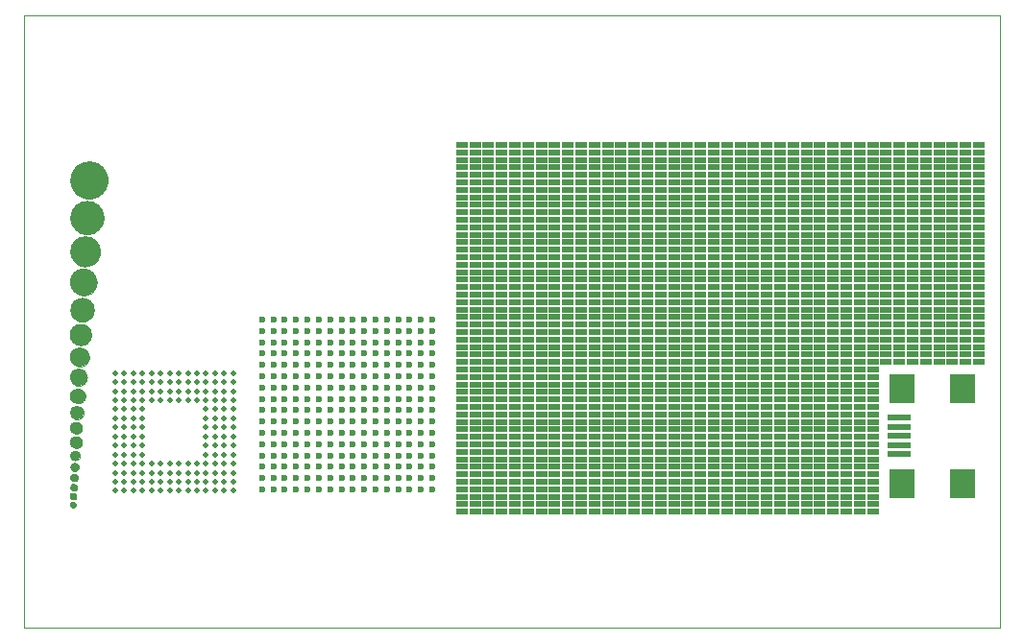
<source format=gbs>
G75*
%MOIN*%
%OFA0B0*%
%FSLAX24Y24*%
%IPPOS*%
%LPD*%
%AMOC8*
5,1,8,0,0,1.08239X$1,22.5*
%
%ADD10C,0.0000*%
%ADD11C,0.1320*%
%ADD12C,0.1180*%
%ADD13C,0.1060*%
%ADD14C,0.0947*%
%ADD15C,0.0848*%
%ADD16C,0.0760*%
%ADD17C,0.0681*%
%ADD18C,0.0611*%
%ADD19C,0.0548*%
%ADD20C,0.0493*%
%ADD21C,0.0440*%
%ADD22C,0.0360*%
%ADD23C,0.0320*%
%ADD24C,0.0290*%
%ADD25C,0.0270*%
%ADD26C,0.0240*%
%ADD27C,0.0220*%
%ADD28R,0.0906X0.1024*%
%ADD29R,0.0827X0.0237*%
%ADD30R,0.0440X0.0240*%
%ADD31C,0.0236*%
%ADD32C,0.0197*%
D10*
X000363Y000100D02*
X034223Y000100D01*
X034223Y021360D01*
X000363Y021360D01*
X000363Y000100D01*
X001963Y004365D02*
X001965Y004384D01*
X001971Y004402D01*
X001980Y004418D01*
X001993Y004432D01*
X002008Y004443D01*
X002025Y004451D01*
X002044Y004455D01*
X002062Y004455D01*
X002081Y004451D01*
X002098Y004443D01*
X002113Y004432D01*
X002126Y004418D01*
X002135Y004402D01*
X002141Y004384D01*
X002143Y004365D01*
X002141Y004346D01*
X002135Y004328D01*
X002126Y004312D01*
X002113Y004298D01*
X002098Y004287D01*
X002081Y004279D01*
X002062Y004275D01*
X002044Y004275D01*
X002025Y004279D01*
X002008Y004287D01*
X001993Y004298D01*
X001980Y004312D01*
X001971Y004328D01*
X001965Y004346D01*
X001963Y004365D01*
X001964Y004655D02*
X001966Y004675D01*
X001972Y004693D01*
X001981Y004711D01*
X001993Y004726D01*
X002008Y004738D01*
X002026Y004747D01*
X002044Y004753D01*
X002064Y004755D01*
X002084Y004753D01*
X002102Y004747D01*
X002120Y004738D01*
X002135Y004726D01*
X002147Y004711D01*
X002156Y004693D01*
X002162Y004675D01*
X002164Y004655D01*
X002162Y004635D01*
X002156Y004617D01*
X002147Y004599D01*
X002135Y004584D01*
X002120Y004572D01*
X002102Y004563D01*
X002084Y004557D01*
X002064Y004555D01*
X002044Y004557D01*
X002026Y004563D01*
X002008Y004572D01*
X001993Y004584D01*
X001981Y004599D01*
X001972Y004617D01*
X001966Y004635D01*
X001964Y004655D01*
X001963Y004970D02*
X001965Y004991D01*
X001971Y005012D01*
X001980Y005031D01*
X001993Y005047D01*
X002009Y005062D01*
X002027Y005073D01*
X002047Y005081D01*
X002067Y005085D01*
X002089Y005085D01*
X002109Y005081D01*
X002129Y005073D01*
X002147Y005062D01*
X002163Y005047D01*
X002176Y005031D01*
X002185Y005012D01*
X002191Y004991D01*
X002193Y004970D01*
X002191Y004949D01*
X002185Y004928D01*
X002176Y004909D01*
X002163Y004893D01*
X002147Y004878D01*
X002129Y004867D01*
X002109Y004859D01*
X002089Y004855D01*
X002067Y004855D01*
X002047Y004859D01*
X002027Y004867D01*
X002009Y004878D01*
X001993Y004893D01*
X001980Y004909D01*
X001971Y004928D01*
X001965Y004949D01*
X001963Y004970D01*
X001964Y005311D02*
X001966Y005333D01*
X001972Y005354D01*
X001981Y005373D01*
X001993Y005391D01*
X002009Y005407D01*
X002026Y005419D01*
X002046Y005428D01*
X002067Y005434D01*
X002089Y005436D01*
X002111Y005434D01*
X002132Y005428D01*
X002151Y005419D01*
X002169Y005407D01*
X002185Y005391D01*
X002197Y005373D01*
X002206Y005354D01*
X002212Y005333D01*
X002214Y005311D01*
X002212Y005289D01*
X002206Y005268D01*
X002197Y005249D01*
X002185Y005231D01*
X002169Y005215D01*
X002152Y005203D01*
X002132Y005194D01*
X002111Y005188D01*
X002089Y005186D01*
X002067Y005188D01*
X002046Y005194D01*
X002026Y005203D01*
X002009Y005215D01*
X001993Y005231D01*
X001981Y005248D01*
X001972Y005268D01*
X001966Y005289D01*
X001964Y005311D01*
X001964Y005677D02*
X001966Y005700D01*
X001972Y005722D01*
X001981Y005744D01*
X001994Y005763D01*
X002009Y005780D01*
X002027Y005794D01*
X002048Y005805D01*
X002070Y005813D01*
X002092Y005817D01*
X002116Y005817D01*
X002138Y005813D01*
X002160Y005805D01*
X002181Y005794D01*
X002199Y005780D01*
X002214Y005763D01*
X002227Y005744D01*
X002236Y005722D01*
X002242Y005700D01*
X002244Y005677D01*
X002242Y005654D01*
X002236Y005632D01*
X002227Y005610D01*
X002214Y005591D01*
X002199Y005574D01*
X002181Y005560D01*
X002160Y005549D01*
X002138Y005541D01*
X002116Y005537D01*
X002092Y005537D01*
X002070Y005541D01*
X002048Y005549D01*
X002027Y005560D01*
X002009Y005574D01*
X001994Y005591D01*
X001981Y005610D01*
X001972Y005632D01*
X001966Y005654D01*
X001964Y005677D01*
X001964Y006078D02*
X001966Y006103D01*
X001972Y006127D01*
X001981Y006151D01*
X001995Y006172D01*
X002011Y006191D01*
X002030Y006207D01*
X002051Y006221D01*
X002075Y006230D01*
X002099Y006236D01*
X002124Y006238D01*
X002149Y006236D01*
X002173Y006230D01*
X002197Y006221D01*
X002218Y006207D01*
X002237Y006191D01*
X002253Y006172D01*
X002267Y006151D01*
X002276Y006127D01*
X002282Y006103D01*
X002284Y006078D01*
X002282Y006053D01*
X002276Y006029D01*
X002267Y006005D01*
X002253Y005984D01*
X002237Y005965D01*
X002218Y005949D01*
X002197Y005935D01*
X002173Y005926D01*
X002149Y005920D01*
X002124Y005918D01*
X002099Y005920D01*
X002075Y005926D01*
X002051Y005935D01*
X002030Y005949D01*
X002011Y005965D01*
X001995Y005984D01*
X001981Y006005D01*
X001972Y006029D01*
X001966Y006053D01*
X001964Y006078D01*
X001963Y006539D02*
X001965Y006567D01*
X001971Y006594D01*
X001980Y006620D01*
X001993Y006645D01*
X002010Y006668D01*
X002029Y006688D01*
X002051Y006705D01*
X002075Y006719D01*
X002101Y006729D01*
X002128Y006736D01*
X002156Y006739D01*
X002184Y006738D01*
X002211Y006733D01*
X002238Y006724D01*
X002263Y006712D01*
X002286Y006697D01*
X002307Y006678D01*
X002325Y006657D01*
X002340Y006633D01*
X002351Y006607D01*
X002359Y006581D01*
X002363Y006553D01*
X002363Y006525D01*
X002359Y006497D01*
X002351Y006471D01*
X002340Y006445D01*
X002325Y006421D01*
X002307Y006400D01*
X002286Y006381D01*
X002263Y006366D01*
X002238Y006354D01*
X002211Y006345D01*
X002184Y006340D01*
X002156Y006339D01*
X002128Y006342D01*
X002101Y006349D01*
X002075Y006359D01*
X002051Y006373D01*
X002029Y006390D01*
X002010Y006410D01*
X001993Y006433D01*
X001980Y006458D01*
X001971Y006484D01*
X001965Y006511D01*
X001963Y006539D01*
X001964Y007039D02*
X001966Y007067D01*
X001972Y007094D01*
X001981Y007120D01*
X001994Y007145D01*
X002011Y007168D01*
X002030Y007188D01*
X002052Y007205D01*
X002076Y007219D01*
X002102Y007229D01*
X002129Y007236D01*
X002157Y007239D01*
X002185Y007238D01*
X002212Y007233D01*
X002239Y007224D01*
X002264Y007212D01*
X002287Y007197D01*
X002308Y007178D01*
X002326Y007157D01*
X002341Y007133D01*
X002352Y007107D01*
X002360Y007081D01*
X002364Y007053D01*
X002364Y007025D01*
X002360Y006997D01*
X002352Y006971D01*
X002341Y006945D01*
X002326Y006921D01*
X002308Y006900D01*
X002287Y006881D01*
X002264Y006866D01*
X002239Y006854D01*
X002212Y006845D01*
X002185Y006840D01*
X002157Y006839D01*
X002129Y006842D01*
X002102Y006849D01*
X002076Y006859D01*
X002052Y006873D01*
X002030Y006890D01*
X002011Y006910D01*
X001994Y006933D01*
X001981Y006958D01*
X001972Y006984D01*
X001966Y007011D01*
X001964Y007039D01*
X001964Y007566D02*
X001966Y007595D01*
X001972Y007624D01*
X001981Y007652D01*
X001994Y007679D01*
X002011Y007704D01*
X002030Y007726D01*
X002052Y007745D01*
X002077Y007762D01*
X002104Y007775D01*
X002132Y007784D01*
X002161Y007790D01*
X002190Y007792D01*
X002219Y007790D01*
X002248Y007784D01*
X002276Y007775D01*
X002303Y007762D01*
X002328Y007745D01*
X002350Y007726D01*
X002369Y007704D01*
X002386Y007679D01*
X002399Y007652D01*
X002408Y007624D01*
X002414Y007595D01*
X002416Y007566D01*
X002414Y007537D01*
X002408Y007508D01*
X002399Y007480D01*
X002386Y007453D01*
X002369Y007428D01*
X002350Y007406D01*
X002328Y007387D01*
X002303Y007370D01*
X002276Y007357D01*
X002248Y007348D01*
X002219Y007342D01*
X002190Y007340D01*
X002161Y007342D01*
X002132Y007348D01*
X002104Y007357D01*
X002077Y007370D01*
X002052Y007387D01*
X002030Y007406D01*
X002011Y007428D01*
X001994Y007453D01*
X001981Y007480D01*
X001972Y007508D01*
X001966Y007537D01*
X001964Y007566D01*
X001964Y008147D02*
X001966Y008178D01*
X001972Y008209D01*
X001981Y008239D01*
X001994Y008267D01*
X002011Y008294D01*
X002030Y008318D01*
X002053Y008340D01*
X002078Y008359D01*
X002105Y008374D01*
X002134Y008387D01*
X002164Y008395D01*
X002195Y008400D01*
X002226Y008401D01*
X002257Y008398D01*
X002288Y008391D01*
X002317Y008381D01*
X002345Y008367D01*
X002371Y008350D01*
X002395Y008329D01*
X002416Y008306D01*
X002434Y008281D01*
X002449Y008253D01*
X002460Y008224D01*
X002468Y008194D01*
X002472Y008163D01*
X002472Y008131D01*
X002468Y008100D01*
X002460Y008070D01*
X002449Y008041D01*
X002434Y008013D01*
X002416Y007988D01*
X002395Y007965D01*
X002371Y007944D01*
X002345Y007927D01*
X002317Y007913D01*
X002288Y007903D01*
X002257Y007896D01*
X002226Y007893D01*
X002195Y007894D01*
X002164Y007899D01*
X002134Y007907D01*
X002105Y007920D01*
X002078Y007935D01*
X002053Y007954D01*
X002030Y007976D01*
X002011Y008000D01*
X001994Y008027D01*
X001981Y008055D01*
X001972Y008085D01*
X001966Y008116D01*
X001964Y008147D01*
X001963Y008786D02*
X001965Y008819D01*
X001971Y008852D01*
X001980Y008883D01*
X001993Y008914D01*
X002010Y008943D01*
X002030Y008969D01*
X002052Y008993D01*
X002078Y009015D01*
X002105Y009033D01*
X002135Y009048D01*
X002166Y009059D01*
X002199Y009067D01*
X002231Y009071D01*
X002265Y009071D01*
X002297Y009067D01*
X002330Y009059D01*
X002361Y009048D01*
X002390Y009033D01*
X002418Y009015D01*
X002444Y008993D01*
X002466Y008969D01*
X002486Y008943D01*
X002503Y008914D01*
X002516Y008883D01*
X002525Y008852D01*
X002531Y008819D01*
X002533Y008786D01*
X002531Y008753D01*
X002525Y008720D01*
X002516Y008689D01*
X002503Y008658D01*
X002486Y008629D01*
X002466Y008603D01*
X002444Y008579D01*
X002418Y008557D01*
X002391Y008539D01*
X002361Y008524D01*
X002330Y008513D01*
X002297Y008505D01*
X002265Y008501D01*
X002231Y008501D01*
X002199Y008505D01*
X002166Y008513D01*
X002135Y008524D01*
X002105Y008539D01*
X002078Y008557D01*
X002052Y008579D01*
X002030Y008603D01*
X002010Y008629D01*
X001993Y008658D01*
X001980Y008689D01*
X001971Y008720D01*
X001965Y008753D01*
X001963Y008786D01*
X001964Y009492D02*
X001966Y009527D01*
X001972Y009562D01*
X001981Y009596D01*
X001995Y009629D01*
X002011Y009660D01*
X002031Y009689D01*
X002055Y009715D01*
X002081Y009739D01*
X002109Y009760D01*
X002140Y009778D01*
X002172Y009792D01*
X002205Y009802D01*
X002240Y009809D01*
X002275Y009812D01*
X002310Y009811D01*
X002345Y009806D01*
X002380Y009797D01*
X002413Y009785D01*
X002444Y009769D01*
X002474Y009750D01*
X002501Y009727D01*
X002525Y009702D01*
X002547Y009674D01*
X002565Y009644D01*
X002580Y009612D01*
X002592Y009579D01*
X002600Y009545D01*
X002604Y009510D01*
X002604Y009474D01*
X002600Y009439D01*
X002592Y009405D01*
X002580Y009372D01*
X002565Y009340D01*
X002547Y009310D01*
X002525Y009282D01*
X002501Y009257D01*
X002474Y009234D01*
X002444Y009215D01*
X002413Y009199D01*
X002380Y009187D01*
X002345Y009178D01*
X002310Y009173D01*
X002275Y009172D01*
X002240Y009175D01*
X002205Y009182D01*
X002172Y009192D01*
X002140Y009206D01*
X002109Y009224D01*
X002081Y009245D01*
X002055Y009269D01*
X002031Y009295D01*
X002011Y009324D01*
X001995Y009355D01*
X001981Y009388D01*
X001972Y009422D01*
X001966Y009457D01*
X001964Y009492D01*
X001964Y010273D02*
X001966Y010311D01*
X001972Y010348D01*
X001982Y010384D01*
X001995Y010419D01*
X002012Y010453D01*
X002033Y010485D01*
X002056Y010514D01*
X002083Y010541D01*
X002112Y010564D01*
X002144Y010585D01*
X002178Y010602D01*
X002213Y010615D01*
X002249Y010625D01*
X002286Y010631D01*
X002324Y010633D01*
X002362Y010631D01*
X002399Y010625D01*
X002435Y010615D01*
X002470Y010602D01*
X002504Y010585D01*
X002536Y010564D01*
X002565Y010541D01*
X002592Y010514D01*
X002615Y010485D01*
X002636Y010453D01*
X002653Y010419D01*
X002666Y010384D01*
X002676Y010348D01*
X002682Y010311D01*
X002684Y010273D01*
X002682Y010235D01*
X002676Y010198D01*
X002666Y010162D01*
X002653Y010127D01*
X002636Y010093D01*
X002615Y010061D01*
X002592Y010032D01*
X002565Y010005D01*
X002536Y009982D01*
X002504Y009961D01*
X002470Y009944D01*
X002435Y009931D01*
X002399Y009921D01*
X002362Y009915D01*
X002324Y009913D01*
X002286Y009915D01*
X002249Y009921D01*
X002213Y009931D01*
X002178Y009944D01*
X002144Y009961D01*
X002112Y009982D01*
X002083Y010005D01*
X002056Y010032D01*
X002033Y010061D01*
X002012Y010093D01*
X001995Y010127D01*
X001982Y010162D01*
X001972Y010198D01*
X001966Y010235D01*
X001964Y010273D01*
X001964Y011138D02*
X001966Y011178D01*
X001972Y011217D01*
X001981Y011255D01*
X001995Y011293D01*
X002012Y011328D01*
X002032Y011362D01*
X002056Y011394D01*
X002082Y011424D01*
X002112Y011450D01*
X002144Y011474D01*
X002178Y011494D01*
X002213Y011511D01*
X002251Y011525D01*
X002289Y011534D01*
X002328Y011540D01*
X002368Y011542D01*
X002408Y011540D01*
X002447Y011534D01*
X002485Y011525D01*
X002523Y011511D01*
X002558Y011494D01*
X002592Y011474D01*
X002624Y011450D01*
X002654Y011424D01*
X002680Y011394D01*
X002704Y011362D01*
X002724Y011328D01*
X002741Y011293D01*
X002755Y011255D01*
X002764Y011217D01*
X002770Y011178D01*
X002772Y011138D01*
X002770Y011098D01*
X002764Y011059D01*
X002755Y011021D01*
X002741Y010983D01*
X002724Y010948D01*
X002704Y010914D01*
X002680Y010882D01*
X002654Y010852D01*
X002624Y010826D01*
X002592Y010802D01*
X002558Y010782D01*
X002523Y010765D01*
X002485Y010751D01*
X002447Y010742D01*
X002408Y010736D01*
X002368Y010734D01*
X002328Y010736D01*
X002289Y010742D01*
X002251Y010751D01*
X002213Y010765D01*
X002178Y010782D01*
X002144Y010802D01*
X002112Y010826D01*
X002082Y010852D01*
X002056Y010882D01*
X002032Y010914D01*
X002012Y010948D01*
X001995Y010983D01*
X001981Y011021D01*
X001972Y011059D01*
X001966Y011098D01*
X001964Y011138D01*
X001962Y012096D02*
X001964Y012139D01*
X001970Y012181D01*
X001980Y012222D01*
X001994Y012262D01*
X002011Y012301D01*
X002032Y012338D01*
X002056Y012373D01*
X002084Y012406D01*
X002114Y012435D01*
X002147Y012462D01*
X002183Y012486D01*
X002220Y012506D01*
X002260Y012522D01*
X002300Y012535D01*
X002342Y012544D01*
X002384Y012549D01*
X002427Y012550D01*
X002469Y012547D01*
X002511Y012540D01*
X002552Y012529D01*
X002592Y012514D01*
X002631Y012496D01*
X002667Y012474D01*
X002701Y012449D01*
X002733Y012421D01*
X002762Y012390D01*
X002788Y012356D01*
X002811Y012320D01*
X002830Y012282D01*
X002846Y012242D01*
X002858Y012201D01*
X002866Y012160D01*
X002870Y012117D01*
X002870Y012075D01*
X002866Y012032D01*
X002858Y011991D01*
X002846Y011950D01*
X002830Y011910D01*
X002811Y011872D01*
X002788Y011836D01*
X002762Y011802D01*
X002733Y011771D01*
X002701Y011743D01*
X002667Y011718D01*
X002631Y011696D01*
X002592Y011678D01*
X002552Y011663D01*
X002511Y011652D01*
X002469Y011645D01*
X002427Y011642D01*
X002384Y011643D01*
X002342Y011648D01*
X002300Y011657D01*
X002260Y011670D01*
X002220Y011686D01*
X002183Y011706D01*
X002147Y011730D01*
X002114Y011757D01*
X002084Y011786D01*
X002056Y011819D01*
X002032Y011854D01*
X002011Y011891D01*
X001994Y011930D01*
X001980Y011970D01*
X001970Y012011D01*
X001964Y012053D01*
X001962Y012096D01*
X001963Y013160D02*
X001965Y013205D01*
X001971Y013250D01*
X001981Y013294D01*
X001995Y013337D01*
X002012Y013378D01*
X002033Y013418D01*
X002058Y013456D01*
X002086Y013492D01*
X002116Y013525D01*
X002150Y013555D01*
X002186Y013582D01*
X002225Y013605D01*
X002265Y013626D01*
X002307Y013642D01*
X002350Y013655D01*
X002394Y013664D01*
X002439Y013669D01*
X002484Y013670D01*
X002529Y013667D01*
X002574Y013660D01*
X002618Y013649D01*
X002660Y013634D01*
X002702Y013616D01*
X002741Y013594D01*
X002778Y013569D01*
X002813Y013540D01*
X002845Y013508D01*
X002875Y013474D01*
X002901Y013437D01*
X002924Y013399D01*
X002943Y013358D01*
X002959Y013315D01*
X002971Y013272D01*
X002979Y013228D01*
X002983Y013183D01*
X002983Y013137D01*
X002979Y013092D01*
X002971Y013048D01*
X002959Y013005D01*
X002943Y012962D01*
X002924Y012921D01*
X002901Y012883D01*
X002875Y012846D01*
X002845Y012812D01*
X002813Y012780D01*
X002778Y012751D01*
X002741Y012726D01*
X002702Y012704D01*
X002660Y012686D01*
X002618Y012671D01*
X002574Y012660D01*
X002529Y012653D01*
X002484Y012650D01*
X002439Y012651D01*
X002394Y012656D01*
X002350Y012665D01*
X002307Y012678D01*
X002265Y012694D01*
X002225Y012715D01*
X002186Y012738D01*
X002150Y012765D01*
X002116Y012795D01*
X002086Y012828D01*
X002058Y012864D01*
X002033Y012902D01*
X002012Y012942D01*
X001995Y012983D01*
X001981Y013026D01*
X001971Y013070D01*
X001965Y013115D01*
X001963Y013160D01*
X001963Y014340D02*
X001965Y014387D01*
X001971Y014434D01*
X001980Y014480D01*
X001994Y014525D01*
X002011Y014569D01*
X002032Y014611D01*
X002056Y014652D01*
X002083Y014690D01*
X002114Y014726D01*
X002147Y014759D01*
X002183Y014790D01*
X002221Y014817D01*
X002262Y014841D01*
X002304Y014862D01*
X002348Y014879D01*
X002393Y014893D01*
X002439Y014902D01*
X002486Y014908D01*
X002533Y014910D01*
X002580Y014908D01*
X002627Y014902D01*
X002673Y014893D01*
X002718Y014879D01*
X002762Y014862D01*
X002804Y014841D01*
X002845Y014817D01*
X002883Y014790D01*
X002919Y014759D01*
X002952Y014726D01*
X002983Y014690D01*
X003010Y014652D01*
X003034Y014611D01*
X003055Y014569D01*
X003072Y014525D01*
X003086Y014480D01*
X003095Y014434D01*
X003101Y014387D01*
X003103Y014340D01*
X003101Y014293D01*
X003095Y014246D01*
X003086Y014200D01*
X003072Y014155D01*
X003055Y014111D01*
X003034Y014069D01*
X003010Y014028D01*
X002983Y013990D01*
X002952Y013954D01*
X002919Y013921D01*
X002883Y013890D01*
X002845Y013863D01*
X002804Y013839D01*
X002762Y013818D01*
X002718Y013801D01*
X002673Y013787D01*
X002627Y013778D01*
X002580Y013772D01*
X002533Y013770D01*
X002486Y013772D01*
X002439Y013778D01*
X002393Y013787D01*
X002348Y013801D01*
X002304Y013818D01*
X002262Y013839D01*
X002221Y013863D01*
X002183Y013890D01*
X002147Y013921D01*
X002114Y013954D01*
X002083Y013990D01*
X002056Y014028D01*
X002032Y014069D01*
X002011Y014111D01*
X001994Y014155D01*
X001980Y014200D01*
X001971Y014246D01*
X001965Y014293D01*
X001963Y014340D01*
X001963Y015650D02*
X001965Y015700D01*
X001971Y015750D01*
X001981Y015799D01*
X001994Y015848D01*
X002012Y015895D01*
X002033Y015941D01*
X002057Y015984D01*
X002085Y016026D01*
X002116Y016066D01*
X002150Y016103D01*
X002187Y016137D01*
X002227Y016168D01*
X002269Y016196D01*
X002312Y016220D01*
X002358Y016241D01*
X002405Y016259D01*
X002454Y016272D01*
X002503Y016282D01*
X002553Y016288D01*
X002603Y016290D01*
X002653Y016288D01*
X002703Y016282D01*
X002752Y016272D01*
X002801Y016259D01*
X002848Y016241D01*
X002894Y016220D01*
X002937Y016196D01*
X002979Y016168D01*
X003019Y016137D01*
X003056Y016103D01*
X003090Y016066D01*
X003121Y016026D01*
X003149Y015984D01*
X003173Y015941D01*
X003194Y015895D01*
X003212Y015848D01*
X003225Y015799D01*
X003235Y015750D01*
X003241Y015700D01*
X003243Y015650D01*
X003241Y015600D01*
X003235Y015550D01*
X003225Y015501D01*
X003212Y015452D01*
X003194Y015405D01*
X003173Y015359D01*
X003149Y015316D01*
X003121Y015274D01*
X003090Y015234D01*
X003056Y015197D01*
X003019Y015163D01*
X002979Y015132D01*
X002937Y015104D01*
X002894Y015080D01*
X002848Y015059D01*
X002801Y015041D01*
X002752Y015028D01*
X002703Y015018D01*
X002653Y015012D01*
X002603Y015010D01*
X002553Y015012D01*
X002503Y015018D01*
X002454Y015028D01*
X002405Y015041D01*
X002358Y015059D01*
X002312Y015080D01*
X002269Y015104D01*
X002227Y015132D01*
X002187Y015163D01*
X002150Y015197D01*
X002116Y015234D01*
X002085Y015274D01*
X002057Y015316D01*
X002033Y015359D01*
X002012Y015405D01*
X001994Y015452D01*
X001981Y015501D01*
X001971Y015550D01*
X001965Y015600D01*
X001963Y015650D01*
D11*
X002603Y015650D03*
D12*
X002533Y014340D03*
D13*
X002473Y013160D03*
D14*
X002416Y012096D03*
D15*
X002368Y011138D03*
D16*
X002324Y010273D03*
D17*
X002284Y009492D03*
D18*
X002248Y008786D03*
D19*
X002218Y008147D03*
D20*
X002190Y007566D03*
D21*
X002164Y007039D03*
X002163Y006539D03*
D22*
X002124Y006078D03*
D23*
X002104Y005677D03*
D24*
X002089Y005311D03*
D25*
X002078Y004970D03*
D26*
X002064Y004655D03*
D27*
X002053Y004365D03*
D28*
X030828Y005108D03*
X032915Y005108D03*
X032915Y008415D03*
X030828Y008415D03*
D29*
X030730Y007392D03*
X030730Y007077D03*
X030730Y006762D03*
X030730Y006447D03*
X030730Y006132D03*
D30*
X029803Y006210D03*
X029803Y005950D03*
X029803Y005690D03*
X029803Y005430D03*
X029803Y005170D03*
X029803Y004910D03*
X029803Y004650D03*
X029803Y004390D03*
X029803Y004130D03*
X029343Y004130D03*
X029343Y004390D03*
X029343Y004650D03*
X029343Y004910D03*
X028883Y004910D03*
X028883Y004910D03*
X028883Y004650D03*
X028883Y004650D03*
X028883Y004390D03*
X028883Y004390D03*
X028883Y004130D03*
X028883Y004130D03*
X028423Y004130D03*
X028423Y004130D03*
X028423Y004390D03*
X028423Y004390D03*
X028423Y004650D03*
X028423Y004650D03*
X028423Y004910D03*
X028423Y004910D03*
X028423Y005170D03*
X028423Y005170D03*
X028423Y005430D03*
X028423Y005430D03*
X028423Y005690D03*
X028423Y005690D03*
X028423Y005950D03*
X028423Y005950D03*
X028423Y006210D03*
X028423Y006210D03*
X028883Y006210D03*
X028883Y006210D03*
X028883Y005950D03*
X028883Y005950D03*
X028883Y005690D03*
X028883Y005690D03*
X028883Y005430D03*
X028883Y005430D03*
X028883Y005170D03*
X028883Y005170D03*
X029343Y005170D03*
X029343Y005430D03*
X029343Y005690D03*
X029343Y005950D03*
X029343Y006210D03*
X029343Y006470D03*
X029343Y006730D03*
X029343Y006990D03*
X029343Y007250D03*
X029343Y007510D03*
X028883Y007510D03*
X028883Y007510D03*
X028883Y007250D03*
X028883Y007250D03*
X028883Y006990D03*
X028883Y006990D03*
X028883Y006730D03*
X028883Y006730D03*
X028883Y006470D03*
X028883Y006470D03*
X028423Y006470D03*
X028423Y006470D03*
X028423Y006730D03*
X028423Y006730D03*
X028423Y006990D03*
X028423Y006990D03*
X028423Y007250D03*
X028423Y007250D03*
X028423Y007510D03*
X028423Y007510D03*
X028423Y007770D03*
X028423Y007770D03*
X028423Y008030D03*
X028423Y008030D03*
X028423Y008290D03*
X028423Y008290D03*
X028423Y008550D03*
X028423Y008550D03*
X028883Y008550D03*
X028883Y008550D03*
X028883Y008290D03*
X028883Y008290D03*
X028883Y008030D03*
X028883Y008030D03*
X028883Y007770D03*
X028883Y007770D03*
X029343Y007770D03*
X029343Y008030D03*
X029343Y008290D03*
X029343Y008550D03*
X029343Y008810D03*
X029343Y009070D03*
X029343Y009330D03*
X029343Y009590D03*
X029343Y009850D03*
X028883Y009850D03*
X028883Y009590D03*
X028883Y009330D03*
X028883Y009070D03*
X028883Y009070D03*
X028883Y008810D03*
X028883Y008810D03*
X028423Y008810D03*
X028423Y008810D03*
X028423Y009070D03*
X028423Y009070D03*
X028423Y009330D03*
X028423Y009590D03*
X028423Y009850D03*
X028423Y010110D03*
X028423Y010370D03*
X028423Y010630D03*
X028423Y010890D03*
X028423Y011150D03*
X028883Y011150D03*
X028883Y010890D03*
X028883Y010630D03*
X028883Y010370D03*
X028883Y010110D03*
X029343Y010110D03*
X029343Y010370D03*
X029343Y010630D03*
X029343Y010890D03*
X029343Y011150D03*
X029343Y011410D03*
X029343Y011670D03*
X029343Y011930D03*
X029343Y012190D03*
X028883Y012190D03*
X028883Y011930D03*
X028883Y011670D03*
X028883Y011410D03*
X028423Y011410D03*
X028423Y011670D03*
X028423Y011930D03*
X028423Y012190D03*
X028423Y012450D03*
X028423Y012710D03*
X028423Y012970D03*
X028423Y013230D03*
X028423Y013490D03*
X028883Y013490D03*
X028883Y013230D03*
X028883Y012970D03*
X028883Y012710D03*
X028883Y012450D03*
X029343Y012450D03*
X029343Y012710D03*
X029343Y012970D03*
X029343Y013230D03*
X029343Y013490D03*
X029343Y013750D03*
X029343Y014010D03*
X029343Y014270D03*
X029343Y014530D03*
X029343Y014790D03*
X028883Y014790D03*
X028883Y014530D03*
X028883Y014270D03*
X028883Y014010D03*
X028883Y013750D03*
X028423Y013750D03*
X028423Y014010D03*
X028423Y014270D03*
X028423Y014530D03*
X028423Y014790D03*
X028423Y015050D03*
X028423Y015310D03*
X028423Y015570D03*
X028423Y015830D03*
X028423Y016090D03*
X028883Y016090D03*
X028883Y015830D03*
X028883Y015570D03*
X028883Y015310D03*
X028883Y015050D03*
X029343Y015050D03*
X029343Y015310D03*
X029343Y015570D03*
X029343Y015830D03*
X029343Y016090D03*
X029343Y016350D03*
X029343Y016610D03*
X029343Y016870D03*
X028883Y016870D03*
X028883Y016610D03*
X028883Y016350D03*
X028423Y016350D03*
X028423Y016610D03*
X028423Y016870D03*
X027963Y016870D03*
X027963Y016610D03*
X027963Y016350D03*
X027503Y016350D03*
X027503Y016610D03*
X027503Y016870D03*
X027043Y016870D03*
X027043Y016610D03*
X027043Y016350D03*
X027043Y016090D03*
X027043Y015830D03*
X027043Y015570D03*
X027043Y015310D03*
X027043Y015050D03*
X027503Y015050D03*
X027503Y015310D03*
X027503Y015570D03*
X027503Y015830D03*
X027503Y016090D03*
X027963Y016090D03*
X027963Y015830D03*
X027963Y015570D03*
X027963Y015310D03*
X027963Y015050D03*
X027963Y014790D03*
X027963Y014530D03*
X027963Y014270D03*
X027963Y014010D03*
X027963Y013750D03*
X027503Y013750D03*
X027503Y014010D03*
X027503Y014270D03*
X027503Y014530D03*
X027503Y014790D03*
X027043Y014790D03*
X027043Y014530D03*
X027043Y014270D03*
X027043Y014010D03*
X027043Y013750D03*
X027043Y013490D03*
X027043Y013230D03*
X027043Y012970D03*
X027043Y012710D03*
X027043Y012450D03*
X027503Y012450D03*
X027503Y012710D03*
X027503Y012970D03*
X027503Y013230D03*
X027503Y013490D03*
X027963Y013490D03*
X027963Y013230D03*
X027963Y012970D03*
X027963Y012710D03*
X027963Y012450D03*
X027963Y012190D03*
X027963Y011930D03*
X027963Y011670D03*
X027963Y011410D03*
X027503Y011410D03*
X027503Y011670D03*
X027503Y011930D03*
X027503Y012190D03*
X027043Y012190D03*
X027043Y011930D03*
X027043Y011670D03*
X027043Y011410D03*
X027043Y011150D03*
X027043Y010890D03*
X027043Y010630D03*
X027043Y010370D03*
X027043Y010110D03*
X027503Y010110D03*
X027503Y010370D03*
X027503Y010630D03*
X027503Y010890D03*
X027503Y011150D03*
X027963Y011150D03*
X027963Y010890D03*
X027963Y010630D03*
X027963Y010370D03*
X027963Y010110D03*
X027963Y009850D03*
X027963Y009590D03*
X027963Y009330D03*
X027963Y009070D03*
X027963Y009070D03*
X027963Y008810D03*
X027963Y008810D03*
X027503Y008810D03*
X027503Y008810D03*
X027503Y009070D03*
X027503Y009070D03*
X027503Y009330D03*
X027503Y009590D03*
X027503Y009850D03*
X027043Y009850D03*
X027043Y009590D03*
X027043Y009330D03*
X027043Y009070D03*
X027043Y009070D03*
X027043Y008810D03*
X027043Y008810D03*
X027043Y008550D03*
X027043Y008550D03*
X027043Y008290D03*
X027043Y008290D03*
X027043Y008030D03*
X027043Y008030D03*
X027043Y007770D03*
X027043Y007770D03*
X027503Y007770D03*
X027503Y007770D03*
X027503Y008030D03*
X027503Y008030D03*
X027503Y008290D03*
X027503Y008290D03*
X027503Y008550D03*
X027503Y008550D03*
X027963Y008550D03*
X027963Y008550D03*
X027963Y008290D03*
X027963Y008290D03*
X027963Y008030D03*
X027963Y008030D03*
X027963Y007770D03*
X027963Y007770D03*
X027963Y007510D03*
X027963Y007510D03*
X027963Y007250D03*
X027963Y007250D03*
X027963Y006990D03*
X027963Y006990D03*
X027963Y006730D03*
X027963Y006730D03*
X027963Y006470D03*
X027963Y006470D03*
X027503Y006470D03*
X027503Y006470D03*
X027503Y006730D03*
X027503Y006730D03*
X027503Y006990D03*
X027503Y006990D03*
X027503Y007250D03*
X027503Y007250D03*
X027503Y007510D03*
X027503Y007510D03*
X027043Y007510D03*
X027043Y007510D03*
X027043Y007250D03*
X027043Y007250D03*
X027043Y006990D03*
X027043Y006990D03*
X027043Y006730D03*
X027043Y006730D03*
X027043Y006470D03*
X027043Y006470D03*
X027043Y006210D03*
X027043Y006210D03*
X027043Y005950D03*
X027043Y005950D03*
X027043Y005690D03*
X027043Y005690D03*
X027043Y005430D03*
X027043Y005430D03*
X027043Y005170D03*
X027043Y005170D03*
X027503Y005170D03*
X027503Y005170D03*
X027503Y005430D03*
X027503Y005430D03*
X027503Y005690D03*
X027503Y005690D03*
X027503Y005950D03*
X027503Y005950D03*
X027503Y006210D03*
X027503Y006210D03*
X027963Y006210D03*
X027963Y006210D03*
X027963Y005950D03*
X027963Y005950D03*
X027963Y005690D03*
X027963Y005690D03*
X027963Y005430D03*
X027963Y005430D03*
X027963Y005170D03*
X027963Y005170D03*
X027963Y004910D03*
X027963Y004910D03*
X027963Y004650D03*
X027963Y004650D03*
X027963Y004390D03*
X027963Y004390D03*
X027963Y004130D03*
X027963Y004130D03*
X027503Y004130D03*
X027503Y004130D03*
X027503Y004390D03*
X027503Y004390D03*
X027503Y004650D03*
X027503Y004650D03*
X027503Y004910D03*
X027503Y004910D03*
X027043Y004910D03*
X027043Y004910D03*
X027043Y004650D03*
X027043Y004650D03*
X027043Y004390D03*
X027043Y004390D03*
X027043Y004130D03*
X027043Y004130D03*
X026583Y004130D03*
X026583Y004130D03*
X026583Y004390D03*
X026583Y004390D03*
X026583Y004650D03*
X026583Y004650D03*
X026583Y004910D03*
X026583Y004910D03*
X026123Y004910D03*
X026123Y004910D03*
X026123Y004650D03*
X026123Y004650D03*
X026123Y004390D03*
X026123Y004390D03*
X026123Y004130D03*
X026123Y004130D03*
X025663Y004130D03*
X025663Y004130D03*
X025663Y004390D03*
X025663Y004390D03*
X025663Y004650D03*
X025663Y004650D03*
X025663Y004910D03*
X025663Y004910D03*
X025663Y005170D03*
X025663Y005170D03*
X025663Y005430D03*
X025663Y005430D03*
X025663Y005690D03*
X025663Y005690D03*
X025663Y005950D03*
X025663Y005950D03*
X025663Y006210D03*
X025663Y006210D03*
X026123Y006210D03*
X026123Y006210D03*
X026123Y005950D03*
X026123Y005950D03*
X026123Y005690D03*
X026123Y005690D03*
X026123Y005430D03*
X026123Y005430D03*
X026123Y005170D03*
X026123Y005170D03*
X026583Y005170D03*
X026583Y005170D03*
X026583Y005430D03*
X026583Y005430D03*
X026583Y005690D03*
X026583Y005690D03*
X026583Y005950D03*
X026583Y005950D03*
X026583Y006210D03*
X026583Y006210D03*
X026583Y006470D03*
X026583Y006470D03*
X026583Y006730D03*
X026583Y006730D03*
X026583Y006990D03*
X026583Y006990D03*
X026583Y007250D03*
X026583Y007250D03*
X026583Y007510D03*
X026583Y007510D03*
X026123Y007510D03*
X026123Y007510D03*
X026123Y007250D03*
X026123Y007250D03*
X026123Y006990D03*
X026123Y006990D03*
X026123Y006730D03*
X026123Y006730D03*
X026123Y006470D03*
X026123Y006470D03*
X025663Y006470D03*
X025663Y006470D03*
X025663Y006730D03*
X025663Y006730D03*
X025663Y006990D03*
X025663Y006990D03*
X025663Y007250D03*
X025663Y007250D03*
X025663Y007510D03*
X025663Y007510D03*
X025663Y007770D03*
X025663Y007770D03*
X025663Y008030D03*
X025663Y008030D03*
X025663Y008290D03*
X025663Y008290D03*
X025663Y008550D03*
X025663Y008550D03*
X026123Y008550D03*
X026123Y008550D03*
X026123Y008290D03*
X026123Y008290D03*
X026123Y008030D03*
X026123Y008030D03*
X026123Y007770D03*
X026123Y007770D03*
X026583Y007770D03*
X026583Y007770D03*
X026583Y008030D03*
X026583Y008030D03*
X026583Y008290D03*
X026583Y008290D03*
X026583Y008550D03*
X026583Y008550D03*
X026583Y008810D03*
X026583Y008810D03*
X026583Y009070D03*
X026583Y009070D03*
X026583Y009330D03*
X026583Y009590D03*
X026583Y009850D03*
X026123Y009850D03*
X026123Y009590D03*
X026123Y009330D03*
X026123Y009070D03*
X026123Y009070D03*
X026123Y008810D03*
X026123Y008810D03*
X025663Y008810D03*
X025663Y008810D03*
X025663Y009070D03*
X025663Y009070D03*
X025663Y009330D03*
X025663Y009590D03*
X025663Y009850D03*
X025663Y010110D03*
X025663Y010370D03*
X025663Y010630D03*
X025663Y010890D03*
X025663Y011150D03*
X026123Y011150D03*
X026123Y010890D03*
X026123Y010630D03*
X026123Y010370D03*
X026123Y010110D03*
X026583Y010110D03*
X026583Y010370D03*
X026583Y010630D03*
X026583Y010890D03*
X026583Y011150D03*
X026583Y011410D03*
X026583Y011670D03*
X026583Y011930D03*
X026583Y012190D03*
X026123Y012190D03*
X026123Y011930D03*
X026123Y011670D03*
X026123Y011410D03*
X025663Y011410D03*
X025663Y011670D03*
X025663Y011930D03*
X025663Y012190D03*
X025663Y012450D03*
X025663Y012710D03*
X025663Y012970D03*
X025663Y013230D03*
X025663Y013490D03*
X026123Y013490D03*
X026123Y013230D03*
X026123Y012970D03*
X026123Y012710D03*
X026123Y012450D03*
X026583Y012450D03*
X026583Y012710D03*
X026583Y012970D03*
X026583Y013230D03*
X026583Y013490D03*
X026583Y013750D03*
X026583Y014010D03*
X026583Y014270D03*
X026583Y014530D03*
X026583Y014790D03*
X026123Y014790D03*
X026123Y014530D03*
X026123Y014270D03*
X026123Y014010D03*
X026123Y013750D03*
X025663Y013750D03*
X025663Y014010D03*
X025663Y014270D03*
X025663Y014530D03*
X025663Y014790D03*
X025663Y015050D03*
X025663Y015310D03*
X025663Y015570D03*
X025663Y015830D03*
X025663Y016090D03*
X026123Y016090D03*
X026123Y015830D03*
X026123Y015570D03*
X026123Y015310D03*
X026123Y015050D03*
X026583Y015050D03*
X026583Y015310D03*
X026583Y015570D03*
X026583Y015830D03*
X026583Y016090D03*
X026583Y016350D03*
X026583Y016610D03*
X026583Y016870D03*
X026123Y016870D03*
X026123Y016610D03*
X026123Y016350D03*
X025663Y016350D03*
X025663Y016610D03*
X025663Y016870D03*
X025203Y016870D03*
X025203Y016610D03*
X025203Y016350D03*
X024743Y016350D03*
X024743Y016610D03*
X024743Y016870D03*
X024283Y016870D03*
X024283Y016610D03*
X024283Y016350D03*
X024283Y016090D03*
X024283Y015830D03*
X024283Y015570D03*
X024283Y015310D03*
X024283Y015050D03*
X024743Y015050D03*
X024743Y015310D03*
X024743Y015570D03*
X024743Y015830D03*
X024743Y016090D03*
X025203Y016090D03*
X025203Y015830D03*
X025203Y015570D03*
X025203Y015310D03*
X025203Y015050D03*
X025203Y014790D03*
X025203Y014530D03*
X025203Y014270D03*
X025203Y014010D03*
X025203Y013750D03*
X024743Y013750D03*
X024743Y014010D03*
X024743Y014270D03*
X024743Y014530D03*
X024743Y014790D03*
X024283Y014790D03*
X024283Y014530D03*
X024283Y014270D03*
X024283Y014010D03*
X024283Y013750D03*
X024283Y013490D03*
X024283Y013230D03*
X024283Y012970D03*
X024283Y012710D03*
X024283Y012450D03*
X024743Y012450D03*
X024743Y012710D03*
X024743Y012970D03*
X024743Y013230D03*
X024743Y013490D03*
X025203Y013490D03*
X025203Y013230D03*
X025203Y012970D03*
X025203Y012710D03*
X025203Y012450D03*
X025203Y012190D03*
X025203Y011930D03*
X025203Y011670D03*
X025203Y011410D03*
X024743Y011410D03*
X024743Y011670D03*
X024743Y011930D03*
X024743Y012190D03*
X024283Y012190D03*
X024283Y011930D03*
X024283Y011670D03*
X024283Y011410D03*
X024283Y011150D03*
X024283Y010890D03*
X024283Y010630D03*
X024283Y010370D03*
X024283Y010110D03*
X024743Y010110D03*
X024743Y010370D03*
X024743Y010630D03*
X024743Y010890D03*
X024743Y011150D03*
X025203Y011150D03*
X025203Y010890D03*
X025203Y010630D03*
X025203Y010370D03*
X025203Y010110D03*
X025203Y009850D03*
X025203Y009590D03*
X025203Y009330D03*
X025203Y009070D03*
X025203Y008810D03*
X024743Y008810D03*
X024743Y009070D03*
X024743Y009330D03*
X024743Y009590D03*
X024743Y009850D03*
X024283Y009850D03*
X024283Y009590D03*
X024283Y009330D03*
X024283Y009070D03*
X024283Y008810D03*
X024283Y008550D03*
X024283Y008290D03*
X024283Y008030D03*
X024283Y007770D03*
X024743Y007770D03*
X024743Y008030D03*
X024743Y008290D03*
X024743Y008550D03*
X025203Y008550D03*
X025203Y008290D03*
X025203Y008030D03*
X025203Y007770D03*
X025203Y007510D03*
X025203Y007250D03*
X025203Y006990D03*
X025203Y006730D03*
X025203Y006470D03*
X024743Y006470D03*
X024743Y006730D03*
X024743Y006990D03*
X024743Y007250D03*
X024743Y007510D03*
X024283Y007510D03*
X024283Y007250D03*
X024283Y006990D03*
X024283Y006730D03*
X024283Y006470D03*
X024283Y006210D03*
X024283Y005950D03*
X024283Y005690D03*
X024283Y005430D03*
X024283Y005170D03*
X024743Y005170D03*
X024743Y005430D03*
X024743Y005690D03*
X024743Y005950D03*
X024743Y006210D03*
X025203Y006210D03*
X025203Y005950D03*
X025203Y005690D03*
X025203Y005430D03*
X025203Y005170D03*
X025203Y004910D03*
X025203Y004650D03*
X025203Y004390D03*
X025203Y004130D03*
X024743Y004130D03*
X024743Y004390D03*
X024743Y004650D03*
X024743Y004910D03*
X024283Y004910D03*
X024283Y004650D03*
X024283Y004390D03*
X024283Y004130D03*
X023823Y004130D03*
X023823Y004390D03*
X023823Y004650D03*
X023823Y004910D03*
X023363Y004910D03*
X023363Y004650D03*
X023363Y004390D03*
X023363Y004130D03*
X022903Y004130D03*
X022903Y004390D03*
X022903Y004650D03*
X022903Y004910D03*
X022903Y005170D03*
X022903Y005430D03*
X022903Y005690D03*
X022903Y005950D03*
X022903Y006210D03*
X023363Y006210D03*
X023363Y005950D03*
X023363Y005690D03*
X023363Y005430D03*
X023363Y005170D03*
X023823Y005170D03*
X023823Y005430D03*
X023823Y005690D03*
X023823Y005950D03*
X023823Y006210D03*
X023823Y006470D03*
X023823Y006730D03*
X023823Y006990D03*
X023823Y007250D03*
X023823Y007510D03*
X023363Y007510D03*
X023363Y007250D03*
X023363Y006990D03*
X023363Y006730D03*
X023363Y006470D03*
X022903Y006470D03*
X022903Y006730D03*
X022903Y006990D03*
X022903Y007250D03*
X022903Y007510D03*
X022903Y007770D03*
X022903Y008030D03*
X022903Y008290D03*
X022903Y008550D03*
X023363Y008550D03*
X023363Y008290D03*
X023363Y008030D03*
X023363Y007770D03*
X023823Y007770D03*
X023823Y008030D03*
X023823Y008290D03*
X023823Y008550D03*
X023823Y008810D03*
X023823Y009070D03*
X023823Y009330D03*
X023823Y009590D03*
X023823Y009850D03*
X023363Y009850D03*
X023363Y009590D03*
X023363Y009330D03*
X023363Y009070D03*
X023363Y008810D03*
X022903Y008810D03*
X022903Y009070D03*
X022903Y009330D03*
X022903Y009590D03*
X022903Y009850D03*
X022903Y010110D03*
X022903Y010370D03*
X022903Y010630D03*
X022903Y010890D03*
X022903Y011150D03*
X023363Y011150D03*
X023363Y010890D03*
X023363Y010630D03*
X023363Y010370D03*
X023363Y010110D03*
X023823Y010110D03*
X023823Y010370D03*
X023823Y010630D03*
X023823Y010890D03*
X023823Y011150D03*
X023823Y011410D03*
X023823Y011670D03*
X023823Y011930D03*
X023823Y012190D03*
X023363Y012190D03*
X023363Y011930D03*
X023363Y011670D03*
X023363Y011410D03*
X022903Y011410D03*
X022903Y011670D03*
X022903Y011930D03*
X022903Y012190D03*
X022903Y012450D03*
X022903Y012710D03*
X022903Y012970D03*
X022903Y013230D03*
X022903Y013490D03*
X023363Y013490D03*
X023363Y013230D03*
X023363Y012970D03*
X023363Y012710D03*
X023363Y012450D03*
X023823Y012450D03*
X023823Y012710D03*
X023823Y012970D03*
X023823Y013230D03*
X023823Y013490D03*
X023823Y013750D03*
X023823Y014010D03*
X023823Y014270D03*
X023823Y014530D03*
X023823Y014790D03*
X023363Y014790D03*
X023363Y014530D03*
X023363Y014270D03*
X023363Y014010D03*
X023363Y013750D03*
X022903Y013750D03*
X022903Y014010D03*
X022903Y014270D03*
X022903Y014530D03*
X022903Y014790D03*
X022903Y015050D03*
X022903Y015310D03*
X022903Y015570D03*
X022903Y015830D03*
X022903Y016090D03*
X023363Y016090D03*
X023363Y015830D03*
X023363Y015570D03*
X023363Y015310D03*
X023363Y015050D03*
X023823Y015050D03*
X023823Y015310D03*
X023823Y015570D03*
X023823Y015830D03*
X023823Y016090D03*
X023823Y016350D03*
X023823Y016610D03*
X023823Y016870D03*
X023363Y016870D03*
X023363Y016610D03*
X023363Y016350D03*
X022903Y016350D03*
X022903Y016610D03*
X022903Y016870D03*
X022443Y016870D03*
X022443Y016610D03*
X022443Y016350D03*
X021983Y016350D03*
X021983Y016610D03*
X021983Y016870D03*
X021523Y016870D03*
X021523Y016610D03*
X021523Y016350D03*
X021523Y016090D03*
X021523Y015830D03*
X021523Y015570D03*
X021523Y015310D03*
X021523Y015050D03*
X021983Y015050D03*
X021983Y015310D03*
X021983Y015570D03*
X021983Y015830D03*
X021983Y016090D03*
X022443Y016090D03*
X022443Y015830D03*
X022443Y015570D03*
X022443Y015310D03*
X022443Y015050D03*
X022443Y014790D03*
X022443Y014530D03*
X022443Y014270D03*
X022443Y014010D03*
X022443Y013750D03*
X021983Y013750D03*
X021983Y014010D03*
X021983Y014270D03*
X021983Y014530D03*
X021983Y014790D03*
X021523Y014790D03*
X021523Y014530D03*
X021523Y014270D03*
X021523Y014010D03*
X021523Y013750D03*
X021523Y013490D03*
X021523Y013230D03*
X021523Y012970D03*
X021523Y012710D03*
X021523Y012450D03*
X021983Y012450D03*
X021983Y012710D03*
X021983Y012970D03*
X021983Y013230D03*
X021983Y013490D03*
X022443Y013490D03*
X022443Y013230D03*
X022443Y012970D03*
X022443Y012710D03*
X022443Y012450D03*
X022443Y012190D03*
X022443Y011930D03*
X022443Y011670D03*
X022443Y011410D03*
X021983Y011410D03*
X021983Y011670D03*
X021983Y011930D03*
X021983Y012190D03*
X021523Y012190D03*
X021523Y011930D03*
X021523Y011670D03*
X021523Y011410D03*
X021523Y011150D03*
X021523Y010890D03*
X021523Y010630D03*
X021523Y010370D03*
X021523Y010110D03*
X021983Y010110D03*
X021983Y010370D03*
X021983Y010630D03*
X021983Y010890D03*
X021983Y011150D03*
X022443Y011150D03*
X022443Y010890D03*
X022443Y010630D03*
X022443Y010370D03*
X022443Y010110D03*
X022443Y009850D03*
X022443Y009590D03*
X022443Y009330D03*
X022443Y009070D03*
X022443Y008810D03*
X021983Y008810D03*
X021983Y009070D03*
X021983Y009330D03*
X021983Y009590D03*
X021983Y009850D03*
X021523Y009850D03*
X021523Y009590D03*
X021523Y009330D03*
X021523Y009070D03*
X021523Y008810D03*
X021523Y008550D03*
X021523Y008290D03*
X021523Y008030D03*
X021523Y007770D03*
X021983Y007770D03*
X021983Y008030D03*
X021983Y008290D03*
X021983Y008550D03*
X022443Y008550D03*
X022443Y008290D03*
X022443Y008030D03*
X022443Y007770D03*
X022443Y007510D03*
X022443Y007250D03*
X022443Y006990D03*
X022443Y006730D03*
X022443Y006470D03*
X021983Y006470D03*
X021983Y006730D03*
X021983Y006990D03*
X021983Y007250D03*
X021983Y007510D03*
X021523Y007510D03*
X021523Y007250D03*
X021523Y006990D03*
X021523Y006730D03*
X021523Y006470D03*
X021523Y006210D03*
X021523Y005950D03*
X021523Y005690D03*
X021523Y005430D03*
X021523Y005170D03*
X021983Y005170D03*
X021983Y005430D03*
X021983Y005690D03*
X021983Y005950D03*
X021983Y006210D03*
X022443Y006210D03*
X022443Y005950D03*
X022443Y005690D03*
X022443Y005430D03*
X022443Y005170D03*
X022443Y004910D03*
X022443Y004650D03*
X022443Y004390D03*
X022443Y004130D03*
X021983Y004130D03*
X021983Y004390D03*
X021983Y004650D03*
X021983Y004910D03*
X021523Y004910D03*
X021523Y004650D03*
X021523Y004390D03*
X021523Y004130D03*
X021063Y004130D03*
X021063Y004390D03*
X021063Y004650D03*
X021063Y004910D03*
X020603Y004910D03*
X020603Y004650D03*
X020603Y004390D03*
X020603Y004130D03*
X020143Y004130D03*
X020143Y004390D03*
X020143Y004650D03*
X020143Y004910D03*
X020143Y005170D03*
X020143Y005430D03*
X020143Y005690D03*
X020143Y005950D03*
X020143Y006210D03*
X020603Y006210D03*
X020603Y005950D03*
X020603Y005690D03*
X020603Y005430D03*
X020603Y005170D03*
X021063Y005170D03*
X021063Y005430D03*
X021063Y005690D03*
X021063Y005950D03*
X021063Y006210D03*
X021063Y006470D03*
X021063Y006730D03*
X021063Y006990D03*
X021063Y007250D03*
X021063Y007510D03*
X020603Y007510D03*
X020603Y007250D03*
X020603Y006990D03*
X020603Y006730D03*
X020603Y006470D03*
X020143Y006470D03*
X020143Y006730D03*
X020143Y006990D03*
X020143Y007250D03*
X020143Y007510D03*
X020143Y007770D03*
X020143Y008030D03*
X020143Y008290D03*
X020143Y008550D03*
X020603Y008550D03*
X020603Y008290D03*
X020603Y008030D03*
X020603Y007770D03*
X021063Y007770D03*
X021063Y008030D03*
X021063Y008290D03*
X021063Y008550D03*
X021063Y008810D03*
X021063Y009070D03*
X021063Y009330D03*
X021063Y009590D03*
X021063Y009850D03*
X020603Y009850D03*
X020603Y009590D03*
X020603Y009330D03*
X020603Y009070D03*
X020603Y008810D03*
X020143Y008810D03*
X020143Y009070D03*
X020143Y009330D03*
X020143Y009590D03*
X020143Y009850D03*
X020143Y010110D03*
X020143Y010370D03*
X020143Y010630D03*
X020143Y010890D03*
X020143Y011150D03*
X020603Y011150D03*
X020603Y010890D03*
X020603Y010630D03*
X020603Y010370D03*
X020603Y010110D03*
X021063Y010110D03*
X021063Y010370D03*
X021063Y010630D03*
X021063Y010890D03*
X021063Y011150D03*
X021063Y011410D03*
X021063Y011670D03*
X021063Y011930D03*
X021063Y012190D03*
X020603Y012190D03*
X020603Y011930D03*
X020603Y011670D03*
X020603Y011410D03*
X020143Y011410D03*
X020143Y011670D03*
X020143Y011930D03*
X020143Y012190D03*
X020143Y012450D03*
X020143Y012710D03*
X020143Y012970D03*
X020143Y013230D03*
X020143Y013490D03*
X020603Y013490D03*
X020603Y013230D03*
X020603Y012970D03*
X020603Y012710D03*
X020603Y012450D03*
X021063Y012450D03*
X021063Y012710D03*
X021063Y012970D03*
X021063Y013230D03*
X021063Y013490D03*
X021063Y013750D03*
X021063Y014010D03*
X021063Y014270D03*
X021063Y014530D03*
X021063Y014790D03*
X020603Y014790D03*
X020603Y014530D03*
X020603Y014270D03*
X020603Y014010D03*
X020603Y013750D03*
X020143Y013750D03*
X020143Y014010D03*
X020143Y014270D03*
X020143Y014530D03*
X020143Y014790D03*
X020143Y015050D03*
X020143Y015310D03*
X020143Y015570D03*
X020143Y015830D03*
X020143Y016090D03*
X020603Y016090D03*
X020603Y015830D03*
X020603Y015570D03*
X020603Y015310D03*
X020603Y015050D03*
X021063Y015050D03*
X021063Y015310D03*
X021063Y015570D03*
X021063Y015830D03*
X021063Y016090D03*
X021063Y016350D03*
X021063Y016610D03*
X021063Y016870D03*
X020603Y016870D03*
X020603Y016610D03*
X020603Y016350D03*
X020143Y016350D03*
X020143Y016610D03*
X020143Y016870D03*
X019683Y016870D03*
X019683Y016610D03*
X019683Y016350D03*
X019223Y016350D03*
X019223Y016610D03*
X019223Y016870D03*
X018763Y016870D03*
X018763Y016610D03*
X018763Y016350D03*
X018763Y016090D03*
X018763Y015830D03*
X018763Y015570D03*
X018763Y015310D03*
X018763Y015050D03*
X019223Y015050D03*
X019223Y015310D03*
X019223Y015570D03*
X019223Y015830D03*
X019223Y016090D03*
X019683Y016090D03*
X019683Y015830D03*
X019683Y015570D03*
X019683Y015310D03*
X019683Y015050D03*
X019683Y014790D03*
X019683Y014530D03*
X019683Y014270D03*
X019683Y014010D03*
X019683Y013750D03*
X019223Y013750D03*
X019223Y014010D03*
X019223Y014270D03*
X019223Y014530D03*
X019223Y014790D03*
X018763Y014790D03*
X018763Y014530D03*
X018763Y014270D03*
X018763Y014010D03*
X018763Y013750D03*
X018763Y013490D03*
X018763Y013230D03*
X018763Y012970D03*
X018763Y012710D03*
X018763Y012450D03*
X019223Y012450D03*
X019223Y012710D03*
X019223Y012970D03*
X019223Y013230D03*
X019223Y013490D03*
X019683Y013490D03*
X019683Y013230D03*
X019683Y012970D03*
X019683Y012710D03*
X019683Y012450D03*
X019683Y012190D03*
X019683Y011930D03*
X019683Y011670D03*
X019683Y011410D03*
X019223Y011410D03*
X019223Y011670D03*
X019223Y011930D03*
X019223Y012190D03*
X018763Y012190D03*
X018763Y011930D03*
X018763Y011670D03*
X018763Y011410D03*
X018763Y011150D03*
X018763Y010890D03*
X018763Y010630D03*
X018763Y010370D03*
X018763Y010110D03*
X019223Y010110D03*
X019223Y010370D03*
X019223Y010630D03*
X019223Y010890D03*
X019223Y011150D03*
X019683Y011150D03*
X019683Y010890D03*
X019683Y010630D03*
X019683Y010370D03*
X019683Y010110D03*
X019683Y009850D03*
X019683Y009590D03*
X019683Y009330D03*
X019683Y009070D03*
X019683Y008810D03*
X019223Y008810D03*
X019223Y009070D03*
X019223Y009330D03*
X019223Y009590D03*
X019223Y009850D03*
X018763Y009850D03*
X018763Y009590D03*
X018763Y009330D03*
X018763Y009070D03*
X018763Y008810D03*
X018763Y008550D03*
X018763Y008290D03*
X018763Y008030D03*
X018763Y007770D03*
X019223Y007770D03*
X019223Y008030D03*
X019223Y008290D03*
X019223Y008550D03*
X019683Y008550D03*
X019683Y008290D03*
X019683Y008030D03*
X019683Y007770D03*
X019683Y007510D03*
X019683Y007250D03*
X019683Y006990D03*
X019683Y006730D03*
X019683Y006470D03*
X019223Y006470D03*
X019223Y006730D03*
X019223Y006990D03*
X019223Y007250D03*
X019223Y007510D03*
X018763Y007510D03*
X018763Y007250D03*
X018763Y006990D03*
X018763Y006730D03*
X018763Y006470D03*
X018763Y006210D03*
X018763Y005950D03*
X018763Y005690D03*
X018763Y005430D03*
X018763Y005170D03*
X019223Y005170D03*
X019223Y005430D03*
X019223Y005690D03*
X019223Y005950D03*
X019223Y006210D03*
X019683Y006210D03*
X019683Y005950D03*
X019683Y005690D03*
X019683Y005430D03*
X019683Y005170D03*
X019683Y004910D03*
X019683Y004650D03*
X019683Y004390D03*
X019683Y004130D03*
X019223Y004130D03*
X019223Y004390D03*
X019223Y004650D03*
X019223Y004910D03*
X018763Y004910D03*
X018763Y004650D03*
X018763Y004390D03*
X018763Y004130D03*
X018303Y004130D03*
X018303Y004390D03*
X018303Y004650D03*
X018303Y004910D03*
X017843Y004910D03*
X017843Y004650D03*
X017843Y004390D03*
X017843Y004130D03*
X017383Y004130D03*
X017383Y004390D03*
X017383Y004650D03*
X017383Y004910D03*
X017383Y005170D03*
X017383Y005430D03*
X017383Y005690D03*
X017383Y005950D03*
X017383Y006210D03*
X017843Y006210D03*
X017843Y005950D03*
X017843Y005690D03*
X017843Y005430D03*
X017843Y005170D03*
X018303Y005170D03*
X018303Y005430D03*
X018303Y005690D03*
X018303Y005950D03*
X018303Y006210D03*
X018303Y006470D03*
X018303Y006730D03*
X018303Y006990D03*
X018303Y007250D03*
X018303Y007510D03*
X017843Y007510D03*
X017843Y007250D03*
X017843Y006990D03*
X017843Y006730D03*
X017843Y006470D03*
X017383Y006470D03*
X017383Y006730D03*
X017383Y006990D03*
X017383Y007250D03*
X017383Y007510D03*
X017383Y007770D03*
X017383Y008030D03*
X017383Y008290D03*
X017383Y008550D03*
X017843Y008550D03*
X017843Y008290D03*
X017843Y008030D03*
X017843Y007770D03*
X018303Y007770D03*
X018303Y008030D03*
X018303Y008290D03*
X018303Y008550D03*
X018303Y008810D03*
X018303Y009070D03*
X018303Y009330D03*
X018303Y009590D03*
X018303Y009850D03*
X017843Y009850D03*
X017843Y009590D03*
X017843Y009330D03*
X017843Y009070D03*
X017843Y008810D03*
X017383Y008810D03*
X017383Y009070D03*
X017383Y009330D03*
X017383Y009590D03*
X017383Y009850D03*
X017383Y010110D03*
X017383Y010370D03*
X017383Y010630D03*
X017383Y010890D03*
X017383Y011150D03*
X017843Y011150D03*
X017843Y010890D03*
X017843Y010630D03*
X017843Y010370D03*
X017843Y010110D03*
X018303Y010110D03*
X018303Y010370D03*
X018303Y010630D03*
X018303Y010890D03*
X018303Y011150D03*
X018303Y011410D03*
X018303Y011670D03*
X018303Y011930D03*
X018303Y012190D03*
X017843Y012190D03*
X017843Y011930D03*
X017843Y011670D03*
X017843Y011410D03*
X017383Y011410D03*
X017383Y011670D03*
X017383Y011930D03*
X017383Y012190D03*
X017383Y012450D03*
X017383Y012710D03*
X017383Y012970D03*
X017383Y013230D03*
X017383Y013490D03*
X017843Y013490D03*
X017843Y013230D03*
X017843Y012970D03*
X017843Y012710D03*
X017843Y012450D03*
X018303Y012450D03*
X018303Y012710D03*
X018303Y012970D03*
X018303Y013230D03*
X018303Y013490D03*
X018303Y013750D03*
X018303Y014010D03*
X018303Y014270D03*
X018303Y014530D03*
X018303Y014790D03*
X017843Y014790D03*
X017843Y014530D03*
X017843Y014270D03*
X017843Y014010D03*
X017843Y013750D03*
X017383Y013750D03*
X017383Y014010D03*
X017383Y014270D03*
X017383Y014530D03*
X017383Y014790D03*
X017383Y015050D03*
X017383Y015310D03*
X017383Y015570D03*
X017383Y015830D03*
X017383Y016090D03*
X017843Y016090D03*
X017843Y015830D03*
X017843Y015570D03*
X017843Y015310D03*
X017843Y015050D03*
X018303Y015050D03*
X018303Y015310D03*
X018303Y015570D03*
X018303Y015830D03*
X018303Y016090D03*
X018303Y016350D03*
X018303Y016610D03*
X018303Y016870D03*
X017843Y016870D03*
X017843Y016610D03*
X017843Y016350D03*
X017383Y016350D03*
X017383Y016610D03*
X017383Y016870D03*
X016923Y016870D03*
X016923Y016610D03*
X016923Y016350D03*
X016463Y016350D03*
X016463Y016610D03*
X016463Y016870D03*
X016003Y016870D03*
X016003Y016610D03*
X016003Y016350D03*
X016003Y016090D03*
X016003Y015830D03*
X016003Y015570D03*
X016003Y015310D03*
X016003Y015050D03*
X016463Y015050D03*
X016463Y015310D03*
X016463Y015570D03*
X016463Y015830D03*
X016463Y016090D03*
X016923Y016090D03*
X016923Y015830D03*
X016923Y015570D03*
X016923Y015310D03*
X016923Y015050D03*
X016923Y014790D03*
X016923Y014530D03*
X016923Y014270D03*
X016923Y014010D03*
X016923Y013750D03*
X016463Y013750D03*
X016463Y014010D03*
X016463Y014270D03*
X016463Y014530D03*
X016463Y014790D03*
X016003Y014790D03*
X016003Y014530D03*
X016003Y014270D03*
X016003Y014010D03*
X016003Y013750D03*
X016003Y013490D03*
X016003Y013230D03*
X016003Y012970D03*
X016003Y012710D03*
X016003Y012450D03*
X016463Y012450D03*
X016463Y012710D03*
X016463Y012970D03*
X016463Y013230D03*
X016463Y013490D03*
X016923Y013490D03*
X016923Y013230D03*
X016923Y012970D03*
X016923Y012710D03*
X016923Y012450D03*
X016923Y012190D03*
X016923Y011930D03*
X016923Y011670D03*
X016923Y011410D03*
X016463Y011410D03*
X016463Y011670D03*
X016463Y011930D03*
X016463Y012190D03*
X016003Y012190D03*
X016003Y011930D03*
X016003Y011670D03*
X016003Y011410D03*
X016003Y011150D03*
X016003Y010890D03*
X016003Y010630D03*
X016003Y010370D03*
X016003Y010110D03*
X016463Y010110D03*
X016463Y010370D03*
X016463Y010630D03*
X016463Y010890D03*
X016463Y011150D03*
X016923Y011150D03*
X016923Y010890D03*
X016923Y010630D03*
X016923Y010370D03*
X016923Y010110D03*
X016923Y009850D03*
X016923Y009590D03*
X016923Y009330D03*
X016923Y009070D03*
X016923Y008810D03*
X016463Y008810D03*
X016463Y009070D03*
X016463Y009330D03*
X016463Y009590D03*
X016463Y009850D03*
X016003Y009850D03*
X016003Y009590D03*
X016003Y009330D03*
X016003Y009070D03*
X016003Y008810D03*
X016003Y008550D03*
X016003Y008290D03*
X016003Y008030D03*
X016003Y007770D03*
X016463Y007770D03*
X016463Y008030D03*
X016463Y008290D03*
X016463Y008550D03*
X016923Y008550D03*
X016923Y008290D03*
X016923Y008030D03*
X016923Y007770D03*
X016923Y007510D03*
X016923Y007250D03*
X016923Y006990D03*
X016923Y006730D03*
X016923Y006470D03*
X016463Y006470D03*
X016463Y006730D03*
X016463Y006990D03*
X016463Y007250D03*
X016463Y007510D03*
X016003Y007510D03*
X016003Y007250D03*
X016003Y006990D03*
X016003Y006730D03*
X016003Y006470D03*
X016003Y006210D03*
X016003Y005950D03*
X016003Y005690D03*
X016003Y005430D03*
X016003Y005170D03*
X016463Y005170D03*
X016463Y005430D03*
X016463Y005690D03*
X016463Y005950D03*
X016463Y006210D03*
X016923Y006210D03*
X016923Y005950D03*
X016923Y005690D03*
X016923Y005430D03*
X016923Y005170D03*
X016923Y004910D03*
X016923Y004650D03*
X016923Y004390D03*
X016923Y004130D03*
X016463Y004130D03*
X016463Y004390D03*
X016463Y004650D03*
X016463Y004910D03*
X016003Y004910D03*
X016003Y004650D03*
X016003Y004390D03*
X016003Y004130D03*
X015543Y004130D03*
X015543Y004390D03*
X015543Y004650D03*
X015543Y004910D03*
X015543Y005170D03*
X015543Y005430D03*
X015543Y005690D03*
X015543Y005950D03*
X015543Y006210D03*
X015543Y006470D03*
X015543Y006730D03*
X015543Y006990D03*
X015543Y007250D03*
X015543Y007510D03*
X015543Y007770D03*
X015543Y008030D03*
X015543Y008290D03*
X015543Y008550D03*
X015543Y008810D03*
X015543Y009070D03*
X015543Y009330D03*
X015543Y009590D03*
X015543Y009850D03*
X015543Y010110D03*
X015543Y010370D03*
X015543Y010630D03*
X015543Y010890D03*
X015543Y011150D03*
X015543Y011410D03*
X015543Y011670D03*
X015543Y011930D03*
X015543Y012190D03*
X015543Y012450D03*
X015543Y012710D03*
X015543Y012970D03*
X015543Y013230D03*
X015543Y013490D03*
X015543Y013750D03*
X015543Y014010D03*
X015543Y014270D03*
X015543Y014530D03*
X015543Y014790D03*
X015543Y015050D03*
X015543Y015310D03*
X015543Y015570D03*
X015543Y015830D03*
X015543Y016090D03*
X015543Y016350D03*
X015543Y016610D03*
X015543Y016870D03*
X029803Y016870D03*
X029803Y016610D03*
X029803Y016350D03*
X030263Y016350D03*
X030263Y016610D03*
X030263Y016870D03*
X030723Y016870D03*
X030723Y016610D03*
X030723Y016350D03*
X030723Y016090D03*
X030723Y015830D03*
X030723Y015570D03*
X030723Y015310D03*
X030723Y015050D03*
X030263Y015050D03*
X030263Y015310D03*
X030263Y015570D03*
X030263Y015830D03*
X030263Y016090D03*
X029803Y016090D03*
X029803Y015830D03*
X029803Y015570D03*
X029803Y015310D03*
X029803Y015050D03*
X029803Y014790D03*
X029803Y014530D03*
X029803Y014270D03*
X029803Y014010D03*
X029803Y013750D03*
X030263Y013750D03*
X030263Y014010D03*
X030263Y014270D03*
X030263Y014530D03*
X030263Y014790D03*
X030723Y014790D03*
X030723Y014530D03*
X030723Y014270D03*
X030723Y014010D03*
X030723Y013750D03*
X030723Y013490D03*
X030723Y013230D03*
X030723Y012970D03*
X030723Y012710D03*
X030723Y012450D03*
X030263Y012450D03*
X030263Y012710D03*
X030263Y012970D03*
X030263Y013230D03*
X030263Y013490D03*
X029803Y013490D03*
X029803Y013230D03*
X029803Y012970D03*
X029803Y012710D03*
X029803Y012450D03*
X029803Y012190D03*
X029803Y011930D03*
X029803Y011670D03*
X029803Y011410D03*
X030263Y011410D03*
X030263Y011670D03*
X030263Y011930D03*
X030263Y012190D03*
X030723Y012190D03*
X030723Y011930D03*
X030723Y011670D03*
X030723Y011410D03*
X030723Y011150D03*
X030723Y010890D03*
X030723Y010630D03*
X030723Y010370D03*
X030723Y010110D03*
X030263Y010110D03*
X030263Y010370D03*
X030263Y010630D03*
X030263Y010890D03*
X030263Y011150D03*
X029803Y011150D03*
X029803Y010890D03*
X029803Y010630D03*
X029803Y010370D03*
X029803Y010110D03*
X029803Y009850D03*
X029803Y009590D03*
X029803Y009330D03*
X029803Y009070D03*
X029803Y008810D03*
X029803Y008550D03*
X029803Y008290D03*
X029803Y008030D03*
X029803Y007770D03*
X029803Y007510D03*
X029803Y007250D03*
X029803Y006990D03*
X029803Y006730D03*
X029803Y006470D03*
X030263Y009330D03*
X030263Y009590D03*
X030263Y009850D03*
X030723Y009850D03*
X030723Y009590D03*
X030723Y009330D03*
X031183Y009330D03*
X031183Y009590D03*
X031183Y009850D03*
X031643Y009850D03*
X031643Y009590D03*
X031643Y009330D03*
X032103Y009330D03*
X032103Y009590D03*
X032103Y009850D03*
X032103Y010110D03*
X032103Y010370D03*
X032103Y010630D03*
X032103Y010890D03*
X032103Y011150D03*
X031643Y011150D03*
X031643Y010890D03*
X031643Y010630D03*
X031643Y010370D03*
X031643Y010110D03*
X031183Y010110D03*
X031183Y010370D03*
X031183Y010630D03*
X031183Y010890D03*
X031183Y011150D03*
X031183Y011410D03*
X031183Y011670D03*
X031183Y011930D03*
X031183Y012190D03*
X031643Y012190D03*
X031643Y011930D03*
X031643Y011670D03*
X031643Y011410D03*
X032103Y011410D03*
X032103Y011670D03*
X032103Y011930D03*
X032103Y012190D03*
X032103Y012450D03*
X032103Y012710D03*
X032103Y012970D03*
X032103Y013230D03*
X032103Y013490D03*
X031643Y013490D03*
X031643Y013230D03*
X031643Y012970D03*
X031643Y012710D03*
X031643Y012450D03*
X031183Y012450D03*
X031183Y012710D03*
X031183Y012970D03*
X031183Y013230D03*
X031183Y013490D03*
X031183Y013750D03*
X031183Y014010D03*
X031183Y014270D03*
X031183Y014530D03*
X031183Y014790D03*
X031643Y014790D03*
X031643Y014530D03*
X031643Y014270D03*
X031643Y014010D03*
X031643Y013750D03*
X032103Y013750D03*
X032103Y014010D03*
X032103Y014270D03*
X032103Y014530D03*
X032103Y014790D03*
X032103Y015050D03*
X032103Y015310D03*
X032103Y015570D03*
X032103Y015830D03*
X032103Y016090D03*
X031643Y016090D03*
X031643Y015830D03*
X031643Y015570D03*
X031643Y015310D03*
X031643Y015050D03*
X031183Y015050D03*
X031183Y015310D03*
X031183Y015570D03*
X031183Y015830D03*
X031183Y016090D03*
X031183Y016350D03*
X031183Y016610D03*
X031183Y016870D03*
X031643Y016870D03*
X031643Y016610D03*
X031643Y016350D03*
X032103Y016350D03*
X032103Y016610D03*
X032103Y016870D03*
X032563Y016870D03*
X032563Y016610D03*
X032563Y016350D03*
X033023Y016350D03*
X033023Y016610D03*
X033023Y016870D03*
X033483Y016870D03*
X033483Y016610D03*
X033483Y016350D03*
X033483Y016090D03*
X033483Y015830D03*
X033483Y015570D03*
X033483Y015310D03*
X033483Y015050D03*
X033023Y015050D03*
X033023Y015310D03*
X033023Y015570D03*
X033023Y015830D03*
X033023Y016090D03*
X032563Y016090D03*
X032563Y015830D03*
X032563Y015570D03*
X032563Y015310D03*
X032563Y015050D03*
X032563Y014790D03*
X032563Y014530D03*
X032563Y014270D03*
X032563Y014010D03*
X032563Y013750D03*
X033023Y013750D03*
X033023Y014010D03*
X033023Y014270D03*
X033023Y014530D03*
X033023Y014790D03*
X033483Y014790D03*
X033483Y014530D03*
X033483Y014270D03*
X033483Y014010D03*
X033483Y013750D03*
X033483Y013490D03*
X033483Y013230D03*
X033483Y012970D03*
X033483Y012710D03*
X033483Y012450D03*
X033023Y012450D03*
X033023Y012710D03*
X033023Y012970D03*
X033023Y013230D03*
X033023Y013490D03*
X032563Y013490D03*
X032563Y013230D03*
X032563Y012970D03*
X032563Y012710D03*
X032563Y012450D03*
X032563Y012190D03*
X032563Y011930D03*
X032563Y011670D03*
X032563Y011410D03*
X033023Y011410D03*
X033023Y011670D03*
X033023Y011930D03*
X033023Y012190D03*
X033483Y012190D03*
X033483Y011930D03*
X033483Y011670D03*
X033483Y011410D03*
X033483Y011150D03*
X033483Y010890D03*
X033483Y010630D03*
X033483Y010370D03*
X033483Y010110D03*
X033023Y010110D03*
X033023Y010370D03*
X033023Y010630D03*
X033023Y010890D03*
X033023Y011150D03*
X032563Y011150D03*
X032563Y010890D03*
X032563Y010630D03*
X032563Y010370D03*
X032563Y010110D03*
X032563Y009850D03*
X032563Y009590D03*
X032563Y009330D03*
X033023Y009330D03*
X033023Y009590D03*
X033023Y009850D03*
X033483Y009850D03*
X033483Y009590D03*
X033483Y009330D03*
D31*
X014516Y009228D03*
X014122Y009228D03*
X013729Y009228D03*
X013729Y009622D03*
X014122Y009622D03*
X014516Y009622D03*
X014516Y010015D03*
X014122Y010015D03*
X013729Y010015D03*
X013335Y010015D03*
X012941Y010015D03*
X012548Y010015D03*
X012154Y010015D03*
X011760Y010015D03*
X011760Y009622D03*
X012154Y009622D03*
X012548Y009622D03*
X012941Y009622D03*
X012941Y009228D03*
X012548Y009228D03*
X012154Y009228D03*
X011760Y009228D03*
X011367Y009228D03*
X011367Y009622D03*
X010973Y009622D03*
X010579Y009622D03*
X010185Y009622D03*
X009792Y009622D03*
X009398Y009622D03*
X009004Y009622D03*
X009004Y009228D03*
X009398Y009228D03*
X009792Y009228D03*
X010185Y009228D03*
X010579Y009228D03*
X010973Y009228D03*
X010973Y008834D03*
X011367Y008834D03*
X011760Y008834D03*
X012154Y008834D03*
X012548Y008834D03*
X012941Y008834D03*
X013335Y008834D03*
X013729Y008834D03*
X014122Y008834D03*
X014516Y008834D03*
X014516Y008441D03*
X014122Y008441D03*
X013729Y008441D03*
X013335Y008441D03*
X012941Y008441D03*
X012548Y008441D03*
X012154Y008441D03*
X011760Y008441D03*
X011367Y008441D03*
X010973Y008441D03*
X010579Y008441D03*
X010185Y008441D03*
X009792Y008441D03*
X009398Y008441D03*
X009004Y008441D03*
X009004Y008834D03*
X009398Y008834D03*
X009792Y008834D03*
X010185Y008834D03*
X010579Y008834D03*
X010579Y008047D03*
X010185Y008047D03*
X009792Y008047D03*
X009398Y008047D03*
X009004Y008047D03*
X008611Y008047D03*
X008611Y008441D03*
X008611Y008834D03*
X008611Y009228D03*
X008611Y009622D03*
X008611Y010015D03*
X009004Y010015D03*
X009398Y010015D03*
X009792Y010015D03*
X010185Y010015D03*
X010579Y010015D03*
X010973Y010015D03*
X011367Y010015D03*
X011367Y010409D03*
X010973Y010409D03*
X010579Y010409D03*
X010185Y010409D03*
X009792Y010409D03*
X009398Y010409D03*
X009004Y010409D03*
X008611Y010409D03*
X008611Y010803D03*
X009004Y010803D03*
X009398Y010803D03*
X009792Y010803D03*
X010185Y010803D03*
X010579Y010803D03*
X010973Y010803D03*
X011367Y010803D03*
X011760Y010803D03*
X012154Y010803D03*
X012548Y010803D03*
X012941Y010803D03*
X013335Y010803D03*
X013729Y010803D03*
X014122Y010803D03*
X014516Y010803D03*
X014516Y010409D03*
X014122Y010409D03*
X013729Y010409D03*
X013335Y010409D03*
X012941Y010409D03*
X012548Y010409D03*
X012154Y010409D03*
X011760Y010409D03*
X013335Y009622D03*
X013335Y009228D03*
X013335Y008047D03*
X012941Y008047D03*
X012548Y008047D03*
X012154Y008047D03*
X011760Y008047D03*
X011367Y008047D03*
X010973Y008047D03*
X010973Y007653D03*
X011367Y007653D03*
X011760Y007653D03*
X012154Y007653D03*
X012548Y007653D03*
X012941Y007653D03*
X013335Y007653D03*
X013729Y007653D03*
X014122Y007653D03*
X014516Y007653D03*
X014516Y007259D03*
X014122Y007259D03*
X013729Y007259D03*
X013335Y007259D03*
X012941Y007259D03*
X012548Y007259D03*
X012154Y007259D03*
X011760Y007259D03*
X011760Y006866D03*
X011760Y006472D03*
X012154Y006472D03*
X012548Y006472D03*
X012941Y006472D03*
X012941Y006866D03*
X012548Y006866D03*
X012154Y006866D03*
X011367Y006866D03*
X011367Y006472D03*
X010973Y006472D03*
X010973Y006866D03*
X010579Y006866D03*
X010185Y006866D03*
X009792Y006866D03*
X009398Y006866D03*
X009004Y006866D03*
X009004Y006472D03*
X009398Y006472D03*
X009792Y006472D03*
X010185Y006472D03*
X010579Y006472D03*
X010579Y006078D03*
X010185Y006078D03*
X009792Y006078D03*
X009398Y006078D03*
X009004Y006078D03*
X008611Y006078D03*
X008611Y005685D03*
X009004Y005685D03*
X009398Y005685D03*
X009792Y005685D03*
X010185Y005685D03*
X010579Y005685D03*
X010973Y005685D03*
X011367Y005685D03*
X011760Y005685D03*
X012154Y005685D03*
X012548Y005685D03*
X012941Y005685D03*
X013335Y005685D03*
X013729Y005685D03*
X014122Y005685D03*
X014516Y005685D03*
X014516Y006078D03*
X014122Y006078D03*
X013729Y006078D03*
X013335Y006078D03*
X012941Y006078D03*
X012548Y006078D03*
X012154Y006078D03*
X011760Y006078D03*
X011367Y006078D03*
X010973Y006078D03*
X010973Y005291D03*
X011367Y005291D03*
X011760Y005291D03*
X012154Y005291D03*
X012548Y005291D03*
X012941Y005291D03*
X013335Y005291D03*
X013729Y005291D03*
X014122Y005291D03*
X014516Y005291D03*
X014516Y004897D03*
X014122Y004897D03*
X013729Y004897D03*
X013335Y004897D03*
X012941Y004897D03*
X012548Y004897D03*
X012154Y004897D03*
X011760Y004897D03*
X011367Y004897D03*
X010973Y004897D03*
X010579Y004897D03*
X010185Y004897D03*
X009792Y004897D03*
X009398Y004897D03*
X009004Y004897D03*
X008611Y004897D03*
X008611Y005291D03*
X009004Y005291D03*
X009398Y005291D03*
X009792Y005291D03*
X010185Y005291D03*
X010579Y005291D03*
X008611Y006472D03*
X008611Y006866D03*
X008611Y007259D03*
X009004Y007259D03*
X009398Y007259D03*
X009792Y007259D03*
X010185Y007259D03*
X010579Y007259D03*
X010973Y007259D03*
X011367Y007259D03*
X010579Y007653D03*
X010185Y007653D03*
X009792Y007653D03*
X009398Y007653D03*
X009004Y007653D03*
X008611Y007653D03*
X013335Y006866D03*
X013729Y006866D03*
X014122Y006866D03*
X014122Y006472D03*
X013729Y006472D03*
X013335Y006472D03*
X014516Y006472D03*
X014516Y006866D03*
X014516Y008047D03*
X014122Y008047D03*
X013729Y008047D03*
D32*
X007611Y008002D03*
X007296Y008002D03*
X006981Y008002D03*
X006666Y008002D03*
X006351Y008002D03*
X006036Y008002D03*
X005721Y008002D03*
X005406Y008002D03*
X005091Y008002D03*
X004776Y008002D03*
X004461Y008002D03*
X004146Y008002D03*
X003831Y008002D03*
X003516Y008002D03*
X003516Y008317D03*
X003831Y008317D03*
X004146Y008317D03*
X004461Y008317D03*
X004776Y008317D03*
X005091Y008317D03*
X005406Y008317D03*
X005721Y008317D03*
X006036Y008317D03*
X006351Y008317D03*
X006666Y008317D03*
X006981Y008317D03*
X007296Y008317D03*
X007611Y008317D03*
X007611Y008632D03*
X007611Y008947D03*
X007296Y008947D03*
X007296Y008632D03*
X006981Y008632D03*
X006666Y008632D03*
X006351Y008632D03*
X006036Y008632D03*
X005721Y008632D03*
X005406Y008632D03*
X005091Y008632D03*
X004776Y008632D03*
X004461Y008632D03*
X004146Y008632D03*
X003831Y008632D03*
X003516Y008632D03*
X003516Y008947D03*
X003831Y008947D03*
X004146Y008947D03*
X004461Y008947D03*
X004776Y008947D03*
X005091Y008947D03*
X005406Y008947D03*
X005721Y008947D03*
X006036Y008947D03*
X006351Y008947D03*
X006666Y008947D03*
X006981Y008947D03*
X006981Y007687D03*
X006981Y007372D03*
X007296Y007372D03*
X007611Y007372D03*
X007611Y007687D03*
X007296Y007687D03*
X006666Y007687D03*
X006666Y007372D03*
X006666Y007057D03*
X006666Y006743D03*
X006981Y006743D03*
X006981Y007057D03*
X007296Y007057D03*
X007296Y006743D03*
X007611Y006743D03*
X007611Y007057D03*
X007611Y006428D03*
X007296Y006428D03*
X006981Y006428D03*
X006666Y006428D03*
X006666Y006113D03*
X006981Y006113D03*
X007296Y006113D03*
X007611Y006113D03*
X007611Y005798D03*
X007296Y005798D03*
X006981Y005798D03*
X006666Y005798D03*
X006351Y005798D03*
X006036Y005798D03*
X005721Y005798D03*
X005406Y005798D03*
X005091Y005798D03*
X004776Y005798D03*
X004461Y005798D03*
X004461Y006113D03*
X004461Y006428D03*
X004146Y006428D03*
X003831Y006428D03*
X003516Y006428D03*
X003516Y006113D03*
X003831Y006113D03*
X004146Y006113D03*
X004146Y005798D03*
X003831Y005798D03*
X003516Y005798D03*
X003516Y005483D03*
X003831Y005483D03*
X004146Y005483D03*
X004461Y005483D03*
X004776Y005483D03*
X005091Y005483D03*
X005406Y005483D03*
X005721Y005483D03*
X006036Y005483D03*
X006351Y005483D03*
X006666Y005483D03*
X006981Y005483D03*
X007296Y005483D03*
X007611Y005483D03*
X007611Y005168D03*
X007296Y005168D03*
X006981Y005168D03*
X006666Y005168D03*
X006351Y005168D03*
X006036Y005168D03*
X005721Y005168D03*
X005406Y005168D03*
X005091Y005168D03*
X004776Y005168D03*
X004461Y005168D03*
X004146Y005168D03*
X003831Y005168D03*
X003516Y005168D03*
X003516Y004853D03*
X003831Y004853D03*
X004146Y004853D03*
X004461Y004853D03*
X004776Y004853D03*
X005091Y004853D03*
X005406Y004853D03*
X005721Y004853D03*
X006036Y004853D03*
X006351Y004853D03*
X006666Y004853D03*
X006981Y004853D03*
X007296Y004853D03*
X007611Y004853D03*
X004461Y006743D03*
X004461Y007057D03*
X004146Y007057D03*
X004146Y006743D03*
X003831Y006743D03*
X003831Y007057D03*
X003516Y007057D03*
X003516Y006743D03*
X003516Y007372D03*
X003831Y007372D03*
X004146Y007372D03*
X004461Y007372D03*
X004461Y007687D03*
X004146Y007687D03*
X003831Y007687D03*
X003516Y007687D03*
M02*

</source>
